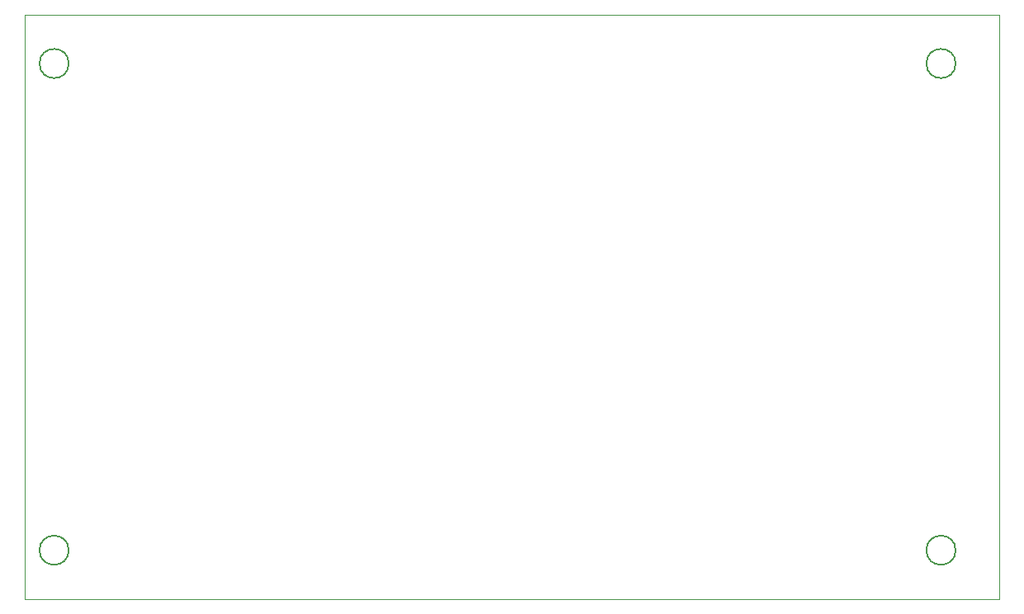
<source format=gbr>
%TF.GenerationSoftware,KiCad,Pcbnew,(6.0.7)*%
%TF.CreationDate,2023-03-20T00:03:39-04:00*%
%TF.ProjectId,timer,74696d65-722e-46b6-9963-61645f706362,rev?*%
%TF.SameCoordinates,Original*%
%TF.FileFunction,OtherDrawing,Comment*%
%FSLAX46Y46*%
G04 Gerber Fmt 4.6, Leading zero omitted, Abs format (unit mm)*
G04 Created by KiCad (PCBNEW (6.0.7)) date 2023-03-20 00:03:39*
%MOMM*%
%LPD*%
G01*
G04 APERTURE LIST*
%TA.AperFunction,Profile*%
%ADD10C,0.150000*%
%TD*%
%TA.AperFunction,Profile*%
%ADD11C,0.100000*%
%TD*%
G04 APERTURE END LIST*
D10*
X121500000Y-60000000D02*
G75*
G03*
X121500000Y-60000000I-1500000J0D01*
G01*
X212500000Y-60000000D02*
G75*
G03*
X212500000Y-60000000I-1500000J0D01*
G01*
X121500000Y-110000000D02*
G75*
G03*
X121500000Y-110000000I-1500000J0D01*
G01*
D11*
X117000000Y-55000000D02*
X217000000Y-55000000D01*
X217000000Y-55000000D02*
X217000000Y-115000000D01*
X217000000Y-115000000D02*
X117000000Y-115000000D01*
X117000000Y-115000000D02*
X117000000Y-55000000D01*
D10*
X212500000Y-110000000D02*
G75*
G03*
X212500000Y-110000000I-1500000J0D01*
G01*
M02*

</source>
